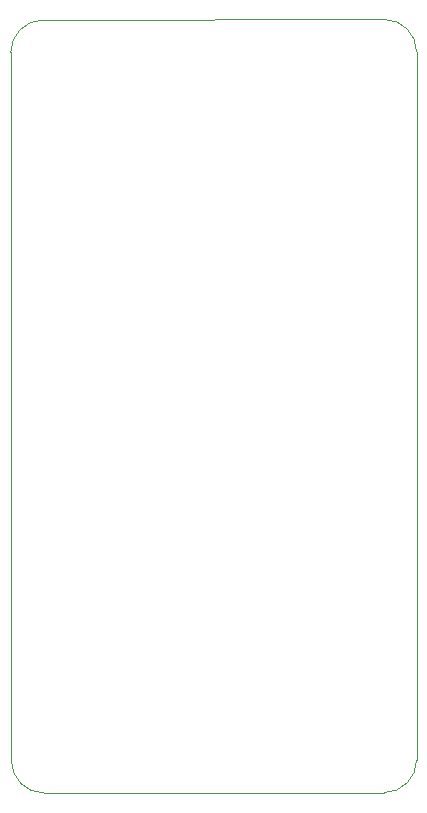
<source format=gbr>
%TF.GenerationSoftware,KiCad,Pcbnew,(6.0.5-0)*%
%TF.CreationDate,2024-03-04T10:57:06-05:00*%
%TF.ProjectId,CubeSat PCB V0.2,43756265-5361-4742-9050-43422056302e,rev?*%
%TF.SameCoordinates,Original*%
%TF.FileFunction,Profile,NP*%
%FSLAX46Y46*%
G04 Gerber Fmt 4.6, Leading zero omitted, Abs format (unit mm)*
G04 Created by KiCad (PCBNEW (6.0.5-0)) date 2024-03-04 10:57:06*
%MOMM*%
%LPD*%
G01*
G04 APERTURE LIST*
%TA.AperFunction,Profile*%
%ADD10C,0.100000*%
%TD*%
G04 APERTURE END LIST*
D10*
X119705456Y-64744544D02*
X119705456Y-124705456D01*
X119705456Y-64744544D02*
G75*
G03*
X116955456Y-61994544I-2749956J44D01*
G01*
X88144544Y-127500000D02*
X116955456Y-127455456D01*
X88094544Y-62044544D02*
G75*
G03*
X85344544Y-64794544I-4J-2749996D01*
G01*
X88094544Y-62044544D02*
X116955456Y-61994544D01*
X85394544Y-124750000D02*
X85344544Y-64794544D01*
X116955456Y-127455456D02*
G75*
G03*
X119705456Y-124705456I44J2749956D01*
G01*
X85394500Y-124750000D02*
G75*
G03*
X88144544Y-127500000I2750000J0D01*
G01*
M02*

</source>
